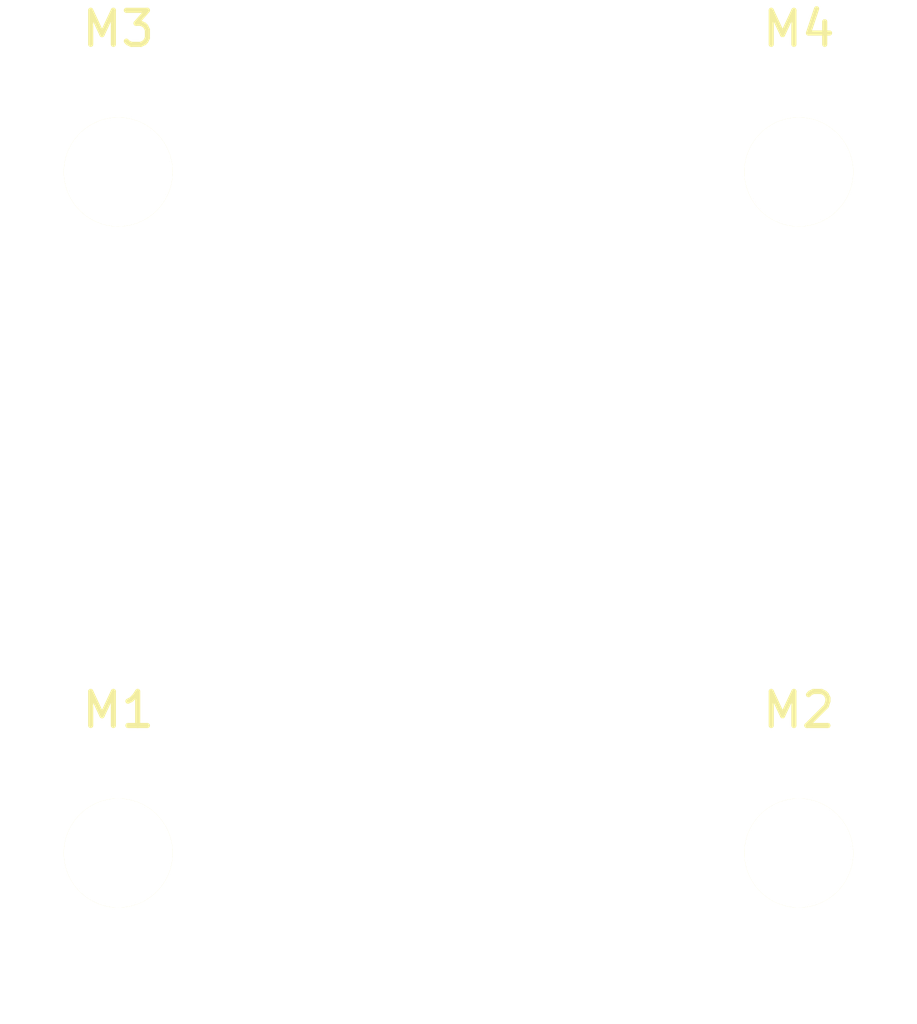
<source format=kicad_pcb>
(kicad_pcb (version 4) (host pcbnew 4.0.2-stable)

  (general
    (links 0)
    (no_connects 0)
    (area 131.324999 92.425 158.675001 122.925)
    (thickness 1.6)
    (drawings 0)
    (tracks 0)
    (zones 0)
    (modules 4)
    (nets 1)
  )

  (page A4)
  (title_block
    (title "SBV2-EB: Extension Board Name (File-> Page Settings)")
    (rev 1.0)
    (company Smoothieware.org)
  )

  (layers
    (0 F.Cu signal)
    (31 B.Cu signal)
    (32 B.Adhes user)
    (33 F.Adhes user)
    (34 B.Paste user)
    (35 F.Paste user)
    (36 B.SilkS user)
    (37 F.SilkS user)
    (38 B.Mask user)
    (39 F.Mask user)
    (40 Dwgs.User user)
    (41 Cmts.User user)
    (42 Eco1.User user)
    (43 Eco2.User user)
    (44 Edge.Cuts user)
    (45 Margin user)
    (46 B.CrtYd user)
    (47 F.CrtYd user)
    (48 B.Fab user)
    (49 F.Fab user)
  )

  (setup
    (last_trace_width 0.25)
    (trace_clearance 0.2)
    (zone_clearance 0.508)
    (zone_45_only no)
    (trace_min 0.2)
    (segment_width 0.2)
    (edge_width 0.15)
    (via_size 0.6)
    (via_drill 0.4)
    (via_min_size 0.4)
    (via_min_drill 0.3)
    (uvia_size 0.3)
    (uvia_drill 0.1)
    (uvias_allowed no)
    (uvia_min_size 0.2)
    (uvia_min_drill 0.1)
    (pcb_text_width 0.3)
    (pcb_text_size 1.5 1.5)
    (mod_edge_width 0.15)
    (mod_text_size 1 1)
    (mod_text_width 0.15)
    (pad_size 3.2 3.2)
    (pad_drill 3.2)
    (pad_to_mask_clearance 0.2)
    (aux_axis_origin 135 115)
    (visible_elements 7FFFFF7F)
    (pcbplotparams
      (layerselection 0x00030_80000001)
      (usegerberextensions false)
      (excludeedgelayer true)
      (linewidth 0.100000)
      (plotframeref false)
      (viasonmask false)
      (mode 1)
      (useauxorigin true)
      (hpglpennumber 1)
      (hpglpenspeed 20)
      (hpglpendiameter 15)
      (hpglpenoverlay 2)
      (psnegative false)
      (psa4output false)
      (plotreference true)
      (plotvalue true)
      (plotinvisibletext false)
      (padsonsilk false)
      (subtractmaskfromsilk false)
      (outputformat 1)
      (mirror false)
      (drillshape 0)
      (scaleselection 1)
      (outputdirectory ""))
  )

  (net 0 "")

  (net_class Default "This is the default net class."
    (clearance 0.2)
    (trace_width 0.25)
    (via_dia 0.6)
    (via_drill 0.4)
    (uvia_dia 0.3)
    (uvia_drill 0.1)
  )

  (module Mounting_Holes:MountingHole_3.2mm_M3 (layer F.Cu) (tedit 56D1B4CB) (tstamp 57242D5A)
    (at 135 115)
    (descr "Mounting Hole 3.2mm, no annular, M3")
    (tags "mounting hole 3.2mm no annular m3")
    (path /57224F8F)
    (fp_text reference M1 (at 0 -4.2) (layer F.SilkS)
      (effects (font (size 1 1) (thickness 0.15)))
    )
    (fp_text value MH_M3 (at 0 4.2) (layer F.Fab)
      (effects (font (size 1 1) (thickness 0.15)))
    )
    (fp_circle (center 0 0) (end 3.2 0) (layer Cmts.User) (width 0.15))
    (fp_circle (center 0 0) (end 3.45 0) (layer F.CrtYd) (width 0.05))
    (pad 1 np_thru_hole circle (at 0 0) (size 3.2 3.2) (drill 3.2) (layers *.Cu *.Mask F.SilkS))
  )

  (module Mounting_Holes:MountingHole_3.2mm_M3 (layer F.Cu) (tedit 56D1B4CB) (tstamp 57242D60)
    (at 155 115)
    (descr "Mounting Hole 3.2mm, no annular, M3")
    (tags "mounting hole 3.2mm no annular m3")
    (path /5723E53D)
    (fp_text reference M2 (at 0 -4.2) (layer F.SilkS)
      (effects (font (size 1 1) (thickness 0.15)))
    )
    (fp_text value MH_M3 (at 0 4.2) (layer F.Fab)
      (effects (font (size 1 1) (thickness 0.15)))
    )
    (fp_circle (center 0 0) (end 3.2 0) (layer Cmts.User) (width 0.15))
    (fp_circle (center 0 0) (end 3.45 0) (layer F.CrtYd) (width 0.05))
    (pad 1 np_thru_hole circle (at 0 0) (size 3.2 3.2) (drill 3.2) (layers *.Cu *.Mask F.SilkS))
  )

  (module Mounting_Holes:MountingHole_3.2mm_M3 (layer F.Cu) (tedit 56D1B4CB) (tstamp 57242D66)
    (at 135 95)
    (descr "Mounting Hole 3.2mm, no annular, M3")
    (tags "mounting hole 3.2mm no annular m3")
    (path /5723E54E)
    (fp_text reference M3 (at 0 -4.2) (layer F.SilkS)
      (effects (font (size 1 1) (thickness 0.15)))
    )
    (fp_text value MH_M3 (at 0 4.2) (layer F.Fab)
      (effects (font (size 1 1) (thickness 0.15)))
    )
    (fp_circle (center 0 0) (end 3.2 0) (layer Cmts.User) (width 0.15))
    (fp_circle (center 0 0) (end 3.45 0) (layer F.CrtYd) (width 0.05))
    (pad 1 np_thru_hole circle (at 0 0) (size 3.2 3.2) (drill 3.2) (layers *.Cu *.Mask F.SilkS))
  )

  (module Mounting_Holes:MountingHole_3.2mm_M3 (layer F.Cu) (tedit 56D1B4CB) (tstamp 57242D6C)
    (at 155 95)
    (descr "Mounting Hole 3.2mm, no annular, M3")
    (tags "mounting hole 3.2mm no annular m3")
    (path /5723E55F)
    (fp_text reference M4 (at 0 -4.2) (layer F.SilkS)
      (effects (font (size 1 1) (thickness 0.15)))
    )
    (fp_text value MH_M3 (at 0 4.2) (layer F.Fab)
      (effects (font (size 1 1) (thickness 0.15)))
    )
    (fp_circle (center 0 0) (end 3.2 0) (layer Cmts.User) (width 0.15))
    (fp_circle (center 0 0) (end 3.45 0) (layer F.CrtYd) (width 0.05))
    (pad 1 np_thru_hole circle (at 0 0) (size 3.2 3.2) (drill 3.2) (layers *.Cu *.Mask F.SilkS))
  )

)

</source>
